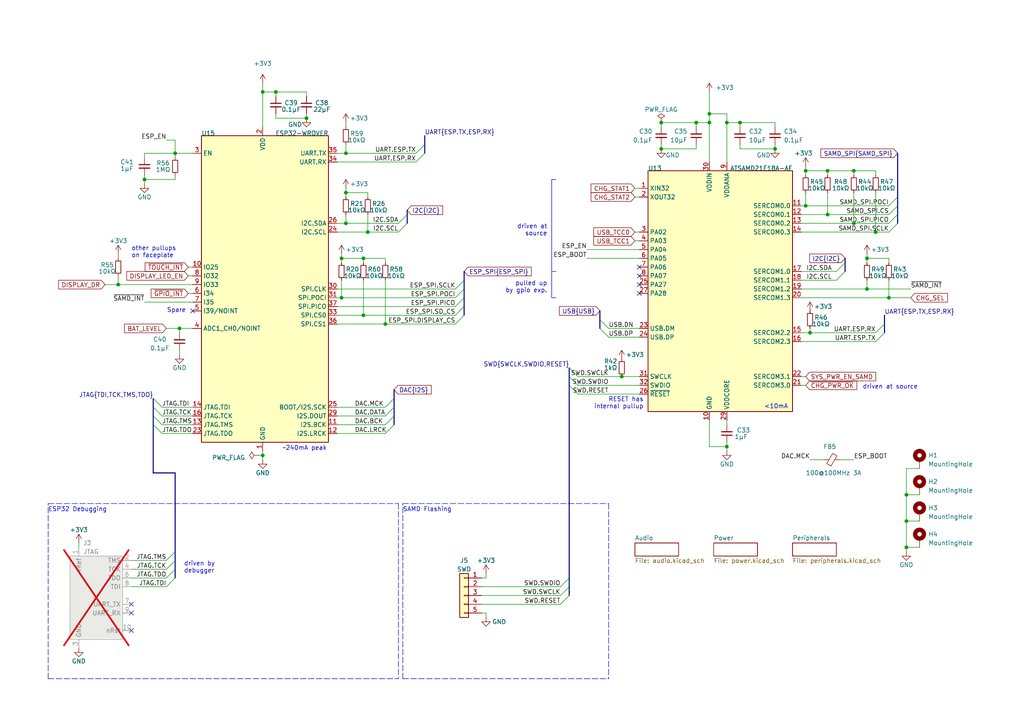
<source format=kicad_sch>
(kicad_sch (version 20230121) (generator eeschema)
  (paper "A4")
  (title_block (title "TANGARA") (date "2023-05-30") (rev "4") (company "made by jacqueline") (comment 1 "SPDX-License-Identifier: CERN-OHL-S-2.0"))
  (lib_symbols
    (symbol "Connector_Generic:Conn_01x05" (pin_names (offset 1.016) hide)
      (property "Reference" "J" (at 0 7.62 0))
      (property "Value" "Conn_01x05" (at 0 -7.62 0))
      (symbol "Conn_01x05_1_1"
        (rectangle (start -1.27 -4.953) (end 0 -5.207) (stroke (width 0.1524)))
        (rectangle (start -1.27 -2.413) (end 0 -2.667) (stroke (width 0.1524)))
        (rectangle (start -1.27 0.127) (end 0 -0.127) (stroke (width 0.1524)))
        (rectangle (start -1.27 2.667) (end 0 2.413) (stroke (width 0.1524)))
        (rectangle (start -1.27 5.207) (end 0 4.953) (stroke (width 0.1524)))
        (rectangle (start -1.27 6.35) (end 1.27 -6.35) (stroke (width 0.254)) (fill (type background)))
        (pin passive line (at -5.08 5.08 0) (length 3.81) (name "Pin_1") (number "1"))
        (pin passive line (at -5.08 2.54 0) (length 3.81) (name "Pin_2") (number "2"))
        (pin passive line (at -5.08 0 0) (length 3.81) (name "Pin_3") (number "3"))
        (pin passive line (at -5.08 -2.54 0) (length 3.81) (name "Pin_4") (number "4"))
        (pin passive line (at -5.08 -5.08 0) (length 3.81) (name "Pin_5") (number "5"))
      )
    )
    (symbol "Device:C_Small" (pin_numbers hide) (pin_names (offset 0.254) hide)
      (property "Reference" "C" (at 0.254 1.778 0))
      (property "Value" "C_Small" (at 0.254 -2.032 0))
      (symbol "C_Small_0_1"
        (polyline (pts (xy -1.524 -0.508) (xy 1.524 -0.508)) (stroke (width 0.3302)))
        (polyline (pts (xy -1.524 0.508) (xy 1.524 0.508)) (stroke (width 0.3048)))
      )
      (symbol "C_Small_1_1"
        (pin passive line (at 0 2.54 270) (length 2.032) (name "~") (number "1"))
        (pin passive line (at 0 -2.54 90) (length 2.032) (name "~") (number "2"))
      )
    )
    (symbol "Device:Ferrite_Bead_Small" (pin_numbers hide) (pin_names (offset 0))
      (property "Reference" "FB" (at 1.905 1.27 0))
      (property "Value" "Device_Ferrite_Bead_Small" (at 1.905 -1.27 0))
      (symbol "Ferrite_Bead_Small_0_1"
        (polyline (pts (xy 0 -1.27) (xy 0 -0.7874)))
        (polyline (pts (xy 0 0.889) (xy 0 1.2954)))
        (polyline (pts (xy -1.8288 0.2794) (xy -1.1176 1.4986) (xy 1.8288 -0.2032) (xy 1.1176 -1.4224) (xy -1.8288 0.2794)))
      )
      (symbol "Ferrite_Bead_Small_1_1"
        (pin passive line (at 0 2.54 270) (length 1.27) (name "~") (number "1"))
        (pin passive line (at 0 -2.54 90) (length 1.27) (name "~") (number "2"))
      )
    )
    (symbol "Device:R_Small" (pin_numbers hide) (pin_names (offset 0.254) hide)
      (property "Reference" "R" (at 0.762 0.508 0))
      (property "Value" "R_Small" (at 0.762 -1.016 0))
      (symbol "R_Small_0_1"
        (rectangle (start -0.762 1.778) (end 0.762 -1.778) (stroke (width 0.2032)))
      )
      (symbol "R_Small_1_1"
        (pin passive line (at 0 2.54 270) (length 0.762) (name "~") (number "1"))
        (pin passive line (at 0 -2.54 90) (length 0.762) (name "~") (number "2"))
      )
    )
    (symbol "Mechanical:MountingHole_Pad" (pin_numbers hide) (pin_names (offset 1.016) hide)
      (property "Reference" "H" (at 0 6.35 0))
      (property "Value" "MountingHole_Pad" (at 0 4.445 0))
      (symbol "MountingHole_Pad_0_1"
        (circle (center 0 1.27) (radius 1.27) (stroke (width 1.27)))
      )
      (symbol "MountingHole_Pad_1_1"
        (pin input line (at 0 -2.54 90) (length 2.54) (name "1") (number "1"))
      )
    )
    (symbol "power:+3V3" (power) (pin_names (offset 0))
      (property "Value" "+3V3" (at 0 3.556 0))
      (symbol "+3V3_0_1"
        (polyline (pts (xy -0.762 1.27) (xy 0 2.54)))
        (polyline (pts (xy 0 0) (xy 0 2.54)))
        (polyline (pts (xy 0 2.54) (xy 0.762 1.27)))
      )
      (symbol "+3V3_1_1"
        (pin power_in line (at 0 0 90) (length 0) hide (name "+3V3") (number "1"))
      )
    )
    (symbol "power:GND" (power) (pin_names (offset 0))
      (property "Value" "GND" (at 0 -3.81 0))
      (symbol "GND_0_1"
        (polyline (pts (xy 0 0) (xy 0 -1.27) (xy 1.27 -1.27) (xy 0 -2.54) (xy -1.27 -1.27) (xy 0 -1.27)))
      )
      (symbol "GND_1_1"
        (pin power_in line (at 0 0 270) (length 0) hide (name "GND") (number "1"))
      )
    )
    (symbol "power:PWR_FLAG" (power) (pin_numbers hide) (pin_names (offset 0) hide)
      (property "Value" "PWR_FLAG" (at 0 3.81 0))
      (symbol "PWR_FLAG_0_0"
        (pin power_out line (at 0 0 90) (length 0) (name "pwr") (number "1"))
      )
      (symbol "PWR_FLAG_0_1"
        (polyline (pts (xy 0 0) (xy 0 1.27) (xy -1.016 1.905) (xy 0 2.54) (xy 1.016 1.905) (xy 0 1.27)))
      )
    )
    (symbol "symbols:ATSAMD21E15A-A"
      (property "Reference" "U" (at 0 15.24 0))
      (property "Value" "ATSAMD21E15A-A" (at 0 10.16 0))
      (symbol "ATSAMD21E15A-A_1_1"
        (rectangle (start -20.32 45.72) (end 21.59 -24.13) (stroke (width 0.254)) (fill (type background)))
        (pin bidirectional line (at -22.86 40.64 0) (length 2.54) (name "XIN32") (number "1"))
        (pin power_in line (at -2.54 -26.67 90) (length 2.54) (name "GND") (number "10"))
        (pin bidirectional line (at 24.13 35.56 180) (length 2.54) (name "SERCOM0.0") (number "11"))
        (pin bidirectional line (at 24.13 33.02 180) (length 2.54) (name "SERCOM0.1") (number "12"))
        (pin bidirectional line (at 24.13 30.48 180) (length 2.54) (name "SERCOM0.2") (number "13"))
        (pin bidirectional line (at 24.13 27.94 180) (length 2.54) (name "SERCOM0.3") (number "14"))
        (pin bidirectional line (at 24.13 -1.27 180) (length 2.54) (name "SERCOM2.2") (number "15"))
        (pin bidirectional line (at 24.13 -3.81 180) (length 2.54) (name "SERCOM2.3") (number "16"))
        (pin bidirectional line (at 24.13 16.51 180) (length 2.54) (name "SERCOM1.0") (number "17"))
        (pin bidirectional line (at 24.13 13.97 180) (length 2.54) (name "SERCOM1.1") (number "18"))
        (pin bidirectional line (at 24.13 11.43 180) (length 2.54) (name "SERCOM1.2") (number "19"))
        (pin bidirectional line (at -22.86 38.1 0) (length 2.54) (name "XOUT32") (number "2"))
        (pin bidirectional line (at 24.13 8.89 180) (length 2.54) (name "SERCOM1.3") (number "20"))
        (pin bidirectional line (at 24.13 -16.51 180) (length 2.54) (name "SERCOM3.0") (number "21"))
        (pin bidirectional line (at 24.13 -13.97 180) (length 2.54) (name "SERCOM3.1") (number "22"))
        (pin bidirectional line (at -22.86 0 0) (length 2.54) (name "USB.DM") (number "23"))
        (pin bidirectional line (at -22.86 -2.54 0) (length 2.54) (name "USB.DP") (number "24"))
        (pin bidirectional line (at -22.86 12.7 0) (length 2.54) (name "PA27") (number "25"))
        (pin input line (at -22.86 -19.05 0) (length 2.54) (name "~{RESET}") (number "26"))
        (pin bidirectional line (at -22.86 10.16 0) (length 2.54) (name "PA28") (number "27"))
        (pin power_in line (at -2.54 -26.67 90) (length 2.54) hide (name "GND") (number "28"))
        (pin power_out line (at 2.54 -26.67 90) (length 2.54) (name "VDDCORE") (number "29"))
        (pin bidirectional line (at -22.86 27.94 0) (length 2.54) (name "PA02") (number "3"))
        (pin power_in line (at -2.54 48.26 270) (length 2.54) (name "VDDIN") (number "30"))
        (pin bidirectional line (at -22.86 -13.97 0) (length 2.54) (name "SWCLK") (number "31"))
        (pin bidirectional line (at -22.86 -16.51 0) (length 2.54) (name "SWDIO") (number "32"))
        (pin bidirectional line (at -22.86 25.4 0) (length 2.54) (name "PA03") (number "4"))
        (pin bidirectional line (at -22.86 22.86 0) (length 2.54) (name "PA04") (number "5"))
        (pin bidirectional line (at -22.86 20.32 0) (length 2.54) (name "PA05") (number "6"))
        (pin bidirectional line (at -22.86 17.78 0) (length 2.54) (name "PA06") (number "7"))
        (pin bidirectional line (at -22.86 15.24 0) (length 2.54) (name "PA07") (number "8"))
        (pin power_in line (at 2.54 48.26 270) (length 2.54) (name "VDDANA") (number "9"))
      )
    )
    (symbol "symbols:BMDU"
      (property "Reference" "U" (at -5.08 6.35 0))
      (property "Value" "BMDU" (at -5.08 6.35 0))
      (symbol "BMDU_0_0"
        (pin power_in line (at -5.08 20.32 270) (length 2.54) (name "vRef") (number "1"))
        (pin output line (at 10.16 -3.81 180) (length 2.54) (name "nRst") (number "10"))
        (pin output line (at 10.16 16.51 180) (length 2.54) (name "TMS") (number "2"))
        (pin power_in line (at -5.08 -8.89 90) (length 2.54) (name "GND") (number "3"))
        (pin output line (at 10.16 13.97 180) (length 2.54) (name "TCK") (number "4"))
        (pin power_in line (at -5.08 -8.89 90) (length 2.54) hide (name "GND") (number "5"))
        (pin output line (at 10.16 11.43 180) (length 2.54) (name "TDO") (number "6"))
        (pin output line (at 10.16 3.81 180) (length 2.54) (name "UART_TX") (number "7"))
        (pin input line (at 10.16 8.89 180) (length 2.54) (name "TDI") (number "8"))
        (pin input line (at 10.16 1.27 180) (length 2.54) (name "UART_RX") (number "9"))
      )
      (symbol "BMDU_0_1"
        (rectangle (start -7.62 17.78) (end 7.62 -6.35) (fill (type background)))
      )
    )
    (symbol "symbols:ESP32-WROOM"
      (property "Reference" "U" (at -17.78 34.29 0))
      (property "Value" "ESP32-WROOM" (at -3.81 34.29 0))
      (symbol "ESP32-WROOM_0_1"
        (rectangle (start -17.78 33.02) (end 19.05 -55.88) (stroke (width 0.254)) (fill (type background)))
      )
      (symbol "ESP32-WROOM_1_1"
        (pin power_in line (at 0 -58.42 90) (length 2.54) (name "GND") (number "1"))
        (pin bidirectional line (at -20.32 -5.08 0) (length 2.54) (name "IO25") (number "10"))
        (pin bidirectional line (at 21.59 -50.8 180) (length 2.54) (name "I2S.BCK") (number "11"))
        (pin bidirectional line (at 21.59 -53.34 180) (length 2.54) (name "I2S.LRCK") (number "12"))
        (pin bidirectional line (at -20.32 -50.8 0) (length 2.54) (name "JTAG.TMS") (number "13"))
        (pin bidirectional line (at -20.32 -45.72 0) (length 2.54) (name "JTAG.TDI") (number "14"))
        (pin power_in line (at 0 -58.42 90) (length 2.54) hide (name "GND") (number "15"))
        (pin bidirectional line (at -20.32 -48.26 0) (length 2.54) (name "JTAG.TCK") (number "16"))
        (pin no_connect line (at -17.78 16.51 0) (length 2.54) hide (name "SHD/SD2") (number "17"))
        (pin no_connect line (at -17.78 13.97 0) (length 2.54) hide (name "SWP/SD3") (number "18"))
        (pin no_connect line (at -17.78 8.89 0) (length 2.54) hide (name "SCS/CMD") (number "19"))
        (pin power_in line (at 0 35.56 270) (length 2.54) (name "VDD") (number "2"))
        (pin no_connect line (at -17.78 11.43 0) (length 2.54) hide (name "SCK/CLK") (number "20"))
        (pin no_connect line (at -17.78 21.59 0) (length 2.54) hide (name "SDO/SD0") (number "21"))
        (pin no_connect line (at -17.78 19.05 0) (length 2.54) hide (name "SDI/SD1") (number "22"))
        (pin bidirectional line (at -20.32 -53.34 0) (length 2.54) (name "JTAG.TDO") (number "23"))
        (pin bidirectional line (at 21.59 5.08 180) (length 2.54) (name "I2C.SCL") (number "24"))
        (pin bidirectional line (at 21.59 -45.72 180) (length 2.54) (name "BOOT/I2S.SCK") (number "25"))
        (pin bidirectional line (at 21.59 7.62 180) (length 2.54) (name "I2C.SDA") (number "26"))
        (pin no_connect line (at -17.78 6.35 0) (length 2.54) hide (name "IO16") (number "27"))
        (pin no_connect line (at -17.78 3.81 0) (length 2.54) hide (name "IO17") (number "28"))
        (pin bidirectional line (at 21.59 -48.26 180) (length 2.54) (name "I2S.DOUT") (number "29"))
        (pin input line (at -20.32 27.94 0) (length 2.54) (name "EN") (number "3"))
        (pin bidirectional line (at 21.59 -11.43 180) (length 2.54) (name "SPI.CLK") (number "30"))
        (pin bidirectional line (at 21.59 -13.97 180) (length 2.54) (name "SPI.POCI") (number "31"))
        (pin no_connect line (at -17.78 1.27 0) (length 2.54) hide (name "NC") (number "32"))
        (pin bidirectional line (at 21.59 -19.05 180) (length 2.54) (name "SPI.CS0") (number "33"))
        (pin bidirectional line (at 21.59 25.4 180) (length 2.54) (name "UART.RX") (number "34"))
        (pin bidirectional line (at 21.59 27.94 180) (length 2.54) (name "UART.TX") (number "35"))
        (pin bidirectional line (at 21.59 -21.59 180) (length 2.54) (name "SPI.CS1") (number "36"))
        (pin bidirectional line (at 21.59 -16.51 180) (length 2.54) (name "SPI.PICO") (number "37"))
        (pin power_in line (at 0 -58.42 90) (length 2.54) hide (name "GND") (number "38"))
        (pin power_in line (at 0 -58.42 90) (length 2.54) hide (name "GND") (number "39"))
        (pin input line (at -20.32 -22.86 0) (length 2.54) (name "ADC1_CH0/NOINT") (number "4"))
        (pin input line (at -20.32 -17.78 0) (length 2.54) (name "I39/NOINT") (number "5"))
        (pin input line (at -20.32 -12.7 0) (length 2.54) (name "I34") (number "6"))
        (pin input line (at -20.32 -15.24 0) (length 2.54) (name "I35") (number "7"))
        (pin bidirectional line (at -20.32 -7.62 0) (length 2.54) (name "IO32") (number "8"))
        (pin bidirectional line (at -20.32 -10.16 0) (length 2.54) (name "IO33") (number "9"))
      )
    )
  )
  (bus_alias "ESP_SPI" (members "SCLK" "POCI" "PICO" "SD_CS" "DISPLAY_CS"))
  (bus_alias "SAMD_SPI" (members "SCLK" "POCI" "PICO" "CS"))
  (bus_alias "USB" (members "DN" "DP"))
  (bus_alias "I2C" (members "SDA" "SCL"))
  (bus_alias "I2S" (members "MCK" "BCK" "LRCK" "DATA"))
  (junction (at 247.65 64.77))
  (junction (at 88.9 34.29))
  (junction (at 251.46 83.82))
  (junction (at 233.68 59.69))
  (junction (at 247.65 49.53))
  (junction (at 254 67.31))
  (junction (at 191.77 35.56))
  (junction (at 100.33 44.45))
  (junction (at 100.33 55.88))
  (junction (at 205.74 33.02))
  (junction (at 99.06 86.36))
  (junction (at 111.76 93.98))
  (junction (at 233.68 49.53))
  (junction (at 34.29 82.55))
  (junction (at 210.82 35.56))
  (junction (at 105.41 91.44))
  (junction (at 100.33 64.77))
  (junction (at 224.79 43.18))
  (junction (at 106.68 67.31))
  (junction (at 105.41 74.93))
  (junction (at 52.07 95.25))
  (junction (at 180.34 109.22))
  (junction (at 41.91 52.07))
  (junction (at 240.03 62.23))
  (junction (at 201.93 35.56))
  (junction (at 80.01 26.67))
  (junction (at 50.8 44.45))
  (junction (at 262.89 143.51))
  (junction (at 214.63 35.56))
  (junction (at 205.74 35.56))
  (junction (at 251.46 74.93))
  (junction (at 240.03 49.53))
  (junction (at 191.77 43.18))
  (junction (at 234.95 96.52))
  (junction (at 76.2 26.67))
  (junction (at 262.89 158.75))
  (junction (at 257.81 86.36))
  (junction (at 76.2 132.08))
  (junction (at 262.89 151.13))
  (junction (at 99.06 74.93))
  (junction (at 210.82 129.54))
  (no_connect (at 185.42 80.01))
  (no_connect (at 55.88 90.17))
  (no_connect (at 185.42 77.47))
  (no_connect (at 185.42 85.09))
  (no_connect (at 38.1 182.88))
  (no_connect (at 38.1 175.26))
  (no_connect (at 185.42 82.55))
  (no_connect (at 38.1 177.8))
  (bus_entry (at 114.3 115.57) (size -2.54 2.54))
  (bus_entry (at 165.1 106.68) (size 2.54 2.54))
  (bus_entry (at 165.1 109.22) (size 2.54 2.54))
  (bus_entry (at 165.1 111.76) (size 2.54 2.54))
  (bus_entry (at 44.45 123.19) (size 2.54 2.54))
  (bus_entry (at 44.45 115.57) (size 2.54 2.54))
  (bus_entry (at 44.45 118.11) (size 2.54 2.54))
  (bus_entry (at 44.45 120.65) (size 2.54 2.54))
  (bus_entry (at 257.81 64.77) (size 2.54 -2.54))
  (bus_entry (at 257.81 62.23) (size 2.54 -2.54))
  (bus_entry (at 257.81 59.69) (size 2.54 -2.54))
  (bus_entry (at 162.56 170.18) (size 2.54 -2.54))
  (bus_entry (at 132.08 86.36) (size 2.54 -2.54))
  (bus_entry (at 132.08 83.82) (size 2.54 -2.54))
  (bus_entry (at 132.08 88.9) (size 2.54 -2.54))
  (bus_entry (at 132.08 93.98) (size 2.54 -2.54))
  (bus_entry (at 132.08 91.44) (size 2.54 -2.54))
  (bus_entry (at 120.65 46.99) (size 2.54 -2.54))
  (bus_entry (at 120.65 44.45) (size 2.54 -2.54))
  (bus_entry (at 48.26 165.1) (size 2.54 -2.54))
  (bus_entry (at 48.26 167.64) (size 2.54 -2.54))
  (bus_entry (at 48.26 162.56) (size 2.54 -2.54))
  (bus_entry (at 48.26 170.18) (size 2.54 -2.54))
  (bus_entry (at 162.56 175.26) (size 2.54 -2.54))
  (bus_entry (at 242.57 78.74) (size 2.54 -2.54))
  (bus_entry (at 257.81 67.31) (size 2.54 -2.54))
  (bus_entry (at 111.76 120.65) (size 2.54 -2.54))
  (bus_entry (at 111.76 125.73) (size 2.54 -2.54))
  (bus_entry (at 111.76 123.19) (size 2.54 -2.54))
  (bus_entry (at 242.57 81.28) (size 2.54 -2.54))
  (bus_entry (at 115.57 64.77) (size 2.54 -2.54))
  (bus_entry (at 115.57 67.31) (size 2.54 -2.54))
  (bus_entry (at 254 96.52) (size 2.54 -2.54))
  (bus_entry (at 254 99.06) (size 2.54 -2.54))
  (bus_entry (at 162.56 172.72) (size 2.54 -2.54))
  (bus_entry (at 173.99 95.25) (size 2.54 2.54))
  (bus_entry (at 173.99 92.71) (size 2.54 2.54))
  (bus (pts (xy 44.45 115.57) (xy 44.45 118.11)))
  (wire (pts (xy 257.81 81.28) (xy 257.81 86.36)))
  (wire (pts (xy 205.74 129.54) (xy 210.82 129.54)))
  (wire (pts (xy 232.41 81.28) (xy 242.57 81.28)))
  (bus (pts (xy 260.35 62.23) (xy 260.35 64.77)))
  (wire (pts (xy 99.06 81.28) (xy 99.06 86.36)))
  (wire (pts (xy 251.46 74.93) (xy 257.81 74.93)))
  (wire (pts (xy 50.8 50.8) (xy 50.8 52.07)))
  (wire (pts (xy 257.81 62.23) (xy 240.03 62.23)))
  (wire (pts (xy 214.63 43.18) (xy 214.63 41.91)))
  (wire (pts (xy 262.89 143.51) (xy 262.89 151.13)))
  (bus (pts (xy 114.3 115.57) (xy 114.3 118.11)))
  (wire (pts (xy 105.41 74.93) (xy 111.76 74.93)))
  (polyline (pts (xy 161.29 52.07) (xy 160.02 52.07)))
  (wire (pts (xy 48.26 95.25) (xy 52.07 95.25)))
  (wire (pts (xy 247.65 49.53) (xy 254 49.53)))
  (polyline (pts (xy 160.02 52.07) (xy 160.02 78.74)))
  (wire (pts (xy 111.76 74.93) (xy 111.76 76.2)))
  (wire (pts (xy 180.34 109.22) (xy 185.42 109.22)))
  (wire (pts (xy 30.48 82.55) (xy 34.29 82.55)))
  (polyline (pts (xy 176.53 146.05) (xy 176.53 196.85)) (stroke (width 0) (type dash)))
  (wire (pts (xy 99.06 86.36) (xy 132.08 86.36)))
  (wire (pts (xy 176.53 97.79) (xy 185.42 97.79)))
  (bus (pts (xy 50.8 160.02) (xy 50.8 162.56)))
  (wire (pts (xy 234.95 95.25) (xy 234.95 96.52)))
  (wire (pts (xy 224.79 35.56) (xy 224.79 36.83)))
  (wire (pts (xy 139.7 172.72) (xy 162.56 172.72)))
  (wire (pts (xy 97.79 83.82) (xy 132.08 83.82)))
  (wire (pts (xy 74.93 132.08) (xy 76.2 132.08)))
  (wire (pts (xy 266.7 135.89) (xy 262.89 135.89)))
  (wire (pts (xy 167.64 109.22) (xy 180.34 109.22)))
  (wire (pts (xy 76.2 26.67) (xy 80.01 26.67)))
  (wire (pts (xy 52.07 96.52) (xy 52.07 95.25)))
  (bus (pts (xy 173.99 90.17) (xy 173.99 92.71)))
  (wire (pts (xy 41.91 52.07) (xy 50.8 52.07)))
  (wire (pts (xy 140.97 166.37) (xy 140.97 167.64)))
  (bus (pts (xy 114.3 118.11) (xy 114.3 120.65)))
  (bus (pts (xy 165.1 106.68) (xy 165.1 109.22)))
  (bus (pts (xy 123.19 41.91) (xy 123.19 44.45)))
  (wire (pts (xy 232.41 86.36) (xy 257.81 86.36)))
  (wire (pts (xy 201.93 35.56) (xy 191.77 35.56)))
  (wire (pts (xy 184.15 67.31) (xy 185.42 67.31)))
  (wire (pts (xy 41.91 50.8) (xy 41.91 52.07)))
  (wire (pts (xy 184.15 57.15) (xy 185.42 57.15)))
  (wire (pts (xy 251.46 74.93) (xy 251.46 76.2)))
  (polyline (pts (xy 116.84 146.05) (xy 176.53 146.05)) (stroke (width 0) (type dash)))
  (wire (pts (xy 48.26 40.64) (xy 50.8 40.64)))
  (wire (pts (xy 234.95 133.35) (xy 238.76 133.35)))
  (wire (pts (xy 176.53 95.25) (xy 185.42 95.25)))
  (wire (pts (xy 76.2 26.67) (xy 76.2 36.83)))
  (wire (pts (xy 205.74 33.02) (xy 205.74 35.56)))
  (wire (pts (xy 105.41 81.28) (xy 105.41 91.44)))
  (wire (pts (xy 184.15 54.61) (xy 185.42 54.61)))
  (wire (pts (xy 140.97 179.07) (xy 140.97 177.8)))
  (wire (pts (xy 247.65 55.88) (xy 247.65 64.77)))
  (wire (pts (xy 240.03 50.8) (xy 240.03 49.53)))
  (wire (pts (xy 262.89 158.75) (xy 262.89 160.02)))
  (wire (pts (xy 210.82 35.56) (xy 210.82 46.99)))
  (wire (pts (xy 257.81 86.36) (xy 264.16 86.36)))
  (wire (pts (xy 46.99 120.65) (xy 55.88 120.65)))
  (wire (pts (xy 232.41 83.82) (xy 251.46 83.82)))
  (bus (pts (xy 245.11 76.2) (xy 245.11 78.74)))
  (wire (pts (xy 233.68 55.88) (xy 233.68 59.69)))
  (wire (pts (xy 232.41 78.74) (xy 242.57 78.74)))
  (polyline (pts (xy 160.02 78.74) (xy 160.02 86.36)))
  (wire (pts (xy 257.81 59.69) (xy 233.68 59.69)))
  (wire (pts (xy 243.84 133.35) (xy 247.65 133.35)))
  (wire (pts (xy 22.86 157.48) (xy 22.86 158.75)))
  (wire (pts (xy 80.01 26.67) (xy 88.9 26.67)))
  (wire (pts (xy 139.7 175.26) (xy 162.56 175.26)))
  (wire (pts (xy 76.2 24.13) (xy 76.2 26.67)))
  (bus (pts (xy 165.1 109.22) (xy 165.1 111.76)))
  (bus (pts (xy 165.1 170.18) (xy 165.1 172.72)))
  (wire (pts (xy 46.99 118.11) (xy 55.88 118.11)))
  (wire (pts (xy 34.29 73.66) (xy 34.29 74.93)))
  (polyline (pts (xy 13.97 196.85) (xy 13.97 146.05)) (stroke (width 0) (type dash)))
  (wire (pts (xy 99.06 74.93) (xy 105.41 74.93)))
  (polyline (pts (xy 160.02 78.74) (xy 161.29 78.74)))
  (wire (pts (xy 46.99 123.19) (xy 55.88 123.19)))
  (wire (pts (xy 201.93 35.56) (xy 201.93 36.83)))
  (wire (pts (xy 80.01 33.02) (xy 80.01 34.29)))
  (wire (pts (xy 247.65 64.77) (xy 257.81 64.77)))
  (wire (pts (xy 80.01 34.29) (xy 88.9 34.29)))
  (wire (pts (xy 247.65 50.8) (xy 247.65 49.53)))
  (wire (pts (xy 88.9 26.67) (xy 88.9 27.94)))
  (wire (pts (xy 191.77 35.56) (xy 191.77 36.83)))
  (bus (pts (xy 134.62 88.9) (xy 134.62 86.36)))
  (wire (pts (xy 97.79 67.31) (xy 106.68 67.31)))
  (wire (pts (xy 97.79 125.73) (xy 111.76 125.73)))
  (wire (pts (xy 232.41 96.52) (xy 234.95 96.52)))
  (wire (pts (xy 100.33 62.23) (xy 100.33 64.77)))
  (wire (pts (xy 214.63 43.18) (xy 224.79 43.18)))
  (bus (pts (xy 114.3 120.65) (xy 114.3 123.19)))
  (wire (pts (xy 167.64 111.76) (xy 185.42 111.76)))
  (bus (pts (xy 165.1 111.76) (xy 165.1 167.64)))
  (polyline (pts (xy 160.02 86.36) (xy 161.29 86.36)))
  (wire (pts (xy 170.18 72.39) (xy 185.42 72.39)))
  (wire (pts (xy 38.1 165.1) (xy 48.26 165.1)))
  (bus (pts (xy 44.45 120.65) (xy 44.45 123.19)))
  (wire (pts (xy 46.99 125.73) (xy 55.88 125.73)))
  (wire (pts (xy 100.33 41.91) (xy 100.33 44.45)))
  (wire (pts (xy 111.76 81.28) (xy 111.76 93.98)))
  (wire (pts (xy 254 55.88) (xy 254 67.31)))
  (wire (pts (xy 254 49.53) (xy 254 50.8)))
  (wire (pts (xy 97.79 64.77) (xy 100.33 64.77)))
  (wire (pts (xy 210.82 33.02) (xy 210.82 35.56)))
  (wire (pts (xy 97.79 88.9) (xy 132.08 88.9)))
  (bus (pts (xy 173.99 92.71) (xy 173.99 95.25)))
  (wire (pts (xy 233.68 48.26) (xy 233.68 49.53)))
  (polyline (pts (xy 116.84 196.85) (xy 116.84 146.05)) (stroke (width 0) (type dash)))
  (wire (pts (xy 167.64 114.3) (xy 185.42 114.3)))
  (wire (pts (xy 38.1 167.64) (xy 48.26 167.64)))
  (wire (pts (xy 99.06 74.93) (xy 99.06 76.2)))
  (wire (pts (xy 210.82 128.27) (xy 210.82 129.54)))
  (wire (pts (xy 38.1 170.18) (xy 48.26 170.18)))
  (wire (pts (xy 233.68 59.69) (xy 232.41 59.69)))
  (wire (pts (xy 262.89 135.89) (xy 262.89 143.51)))
  (bus (pts (xy 44.45 137.16) (xy 50.8 137.16)))
  (wire (pts (xy 232.41 62.23) (xy 240.03 62.23)))
  (wire (pts (xy 100.33 35.56) (xy 100.33 36.83)))
  (polyline (pts (xy 116.84 196.85) (xy 176.53 196.85)) (stroke (width 0) (type dash)))
  (wire (pts (xy 233.68 109.22) (xy 232.41 109.22)))
  (wire (pts (xy 139.7 170.18) (xy 162.56 170.18)))
  (wire (pts (xy 54.61 77.47) (xy 55.88 77.47)))
  (wire (pts (xy 105.41 91.44) (xy 132.08 91.44)))
  (wire (pts (xy 232.41 67.31) (xy 254 67.31)))
  (wire (pts (xy 97.79 44.45) (xy 100.33 44.45)))
  (wire (pts (xy 100.33 64.77) (xy 115.57 64.77)))
  (wire (pts (xy 224.79 41.91) (xy 224.79 43.18)))
  (wire (pts (xy 205.74 33.02) (xy 210.82 33.02)))
  (wire (pts (xy 251.46 73.66) (xy 251.46 74.93)))
  (wire (pts (xy 240.03 55.88) (xy 240.03 62.23)))
  (wire (pts (xy 76.2 132.08) (xy 76.2 130.81)))
  (wire (pts (xy 205.74 26.67) (xy 205.74 33.02)))
  (wire (pts (xy 76.2 133.35) (xy 76.2 132.08)))
  (wire (pts (xy 38.1 162.56) (xy 48.26 162.56)))
  (wire (pts (xy 232.41 64.77) (xy 247.65 64.77)))
  (wire (pts (xy 232.41 99.06) (xy 254 99.06)))
  (bus (pts (xy 134.62 78.74) (xy 134.62 81.28)))
  (wire (pts (xy 41.91 52.07) (xy 41.91 53.34)))
  (wire (pts (xy 191.77 41.91) (xy 191.77 43.18)))
  (bus (pts (xy 134.62 91.44) (xy 134.62 88.9)))
  (wire (pts (xy 262.89 151.13) (xy 262.89 158.75)))
  (bus (pts (xy 134.62 86.36) (xy 134.62 83.82)))
  (wire (pts (xy 240.03 49.53) (xy 247.65 49.53)))
  (bus (pts (xy 118.11 62.23) (xy 118.11 64.77)))
  (wire (pts (xy 41.91 44.45) (xy 50.8 44.45)))
  (bus (pts (xy 123.19 39.37) (xy 123.19 41.91)))
  (wire (pts (xy 233.68 50.8) (xy 233.68 49.53)))
  (wire (pts (xy 34.29 80.01) (xy 34.29 82.55)))
  (wire (pts (xy 105.41 74.93) (xy 105.41 76.2)))
  (wire (pts (xy 100.33 44.45) (xy 120.65 44.45)))
  (wire (pts (xy 251.46 83.82) (xy 264.16 83.82)))
  (wire (pts (xy 100.33 57.15) (xy 100.33 55.88)))
  (wire (pts (xy 205.74 121.92) (xy 205.74 129.54)))
  (wire (pts (xy 111.76 93.98) (xy 132.08 93.98)))
  (wire (pts (xy 170.18 74.93) (xy 185.42 74.93)))
  (wire (pts (xy 41.91 45.72) (xy 41.91 44.45)))
  (polyline (pts (xy 13.97 146.05) (xy 115.57 146.05)) (stroke (width 0) (type dash)))
  (wire (pts (xy 34.29 82.55) (xy 55.88 82.55)))
  (wire (pts (xy 97.79 118.11) (xy 111.76 118.11)))
  (bus (pts (xy 134.62 83.82) (xy 134.62 81.28)))
  (wire (pts (xy 97.79 120.65) (xy 111.76 120.65)))
  (wire (pts (xy 106.68 62.23) (xy 106.68 67.31)))
  (wire (pts (xy 54.61 80.01) (xy 55.88 80.01)))
  (wire (pts (xy 205.74 35.56) (xy 205.74 46.99)))
  (wire (pts (xy 210.82 35.56) (xy 214.63 35.56)))
  (bus (pts (xy 256.54 93.98) (xy 256.54 96.52)))
  (bus (pts (xy 50.8 137.16) (xy 50.8 160.02)))
  (wire (pts (xy 97.79 93.98) (xy 111.76 93.98)))
  (bus (pts (xy 50.8 162.56) (xy 50.8 165.1)))
  (wire (pts (xy 262.89 151.13) (xy 266.7 151.13)))
  (wire (pts (xy 100.33 54.61) (xy 100.33 55.88)))
  (wire (pts (xy 214.63 35.56) (xy 224.79 35.56)))
  (wire (pts (xy 257.81 74.93) (xy 257.81 76.2)))
  (wire (pts (xy 262.89 158.75) (xy 266.7 158.75)))
  (wire (pts (xy 100.33 55.88) (xy 106.68 55.88)))
  (wire (pts (xy 52.07 95.25) (xy 55.88 95.25)))
  (bus (pts (xy 118.11 60.96) (xy 118.11 62.23)))
  (wire (pts (xy 140.97 177.8) (xy 139.7 177.8)))
  (bus (pts (xy 260.35 57.15) (xy 260.35 59.69)))
  (wire (pts (xy 201.93 43.18) (xy 201.93 41.91)))
  (wire (pts (xy 140.97 167.64) (xy 139.7 167.64)))
  (bus (pts (xy 44.45 118.11) (xy 44.45 120.65)))
  (wire (pts (xy 106.68 67.31) (xy 115.57 67.31)))
  (wire (pts (xy 80.01 26.67) (xy 80.01 27.94)))
  (bus (pts (xy 114.3 113.03) (xy 114.3 115.57)))
  (wire (pts (xy 50.8 44.45) (xy 55.88 44.45)))
  (bus (pts (xy 260.35 59.69) (xy 260.35 62.23)))
  (bus (pts (xy 44.45 123.19) (xy 44.45 137.16)))
  (wire (pts (xy 205.74 35.56) (xy 201.93 35.56)))
  (wire (pts (xy 210.82 123.19) (xy 210.82 121.92)))
  (wire (pts (xy 88.9 34.29) (xy 88.9 33.02)))
  (wire (pts (xy 251.46 81.28) (xy 251.46 83.82)))
  (wire (pts (xy 50.8 45.72) (xy 50.8 44.45)))
  (wire (pts (xy 210.82 129.54) (xy 210.82 130.81)))
  (wire (pts (xy 97.79 46.99) (xy 120.65 46.99)))
  (wire (pts (xy 214.63 35.56) (xy 214.63 36.83)))
  (bus (pts (xy 245.11 74.93) (xy 245.11 76.2)))
  (wire (pts (xy 233.68 49.53) (xy 240.03 49.53)))
  (wire (pts (xy 97.79 123.19) (xy 111.76 123.19)))
  (polyline (pts (xy 13.97 196.85) (xy 115.57 196.85)) (stroke (width 0) (type dash)))
  (wire (pts (xy 97.79 91.44) (xy 105.41 91.44)))
  (wire (pts (xy 254 67.31) (xy 257.81 67.31)))
  (wire (pts (xy 54.61 85.09) (xy 55.88 85.09)))
  (wire (pts (xy 201.93 43.18) (xy 191.77 43.18)))
  (wire (pts (xy 262.89 143.51) (xy 266.7 143.51)))
  (wire (pts (xy 52.07 102.87) (xy 52.07 101.6)))
  (polyline (pts (xy 115.57 146.05) (xy 115.57 196.85)) (stroke (width 0) (type dash)))
  (wire (pts (xy 97.79 86.36) (xy 99.06 86.36)))
  (bus (pts (xy 165.1 167.64) (xy 165.1 170.18)))
  (wire (pts (xy 41.91 87.63) (xy 55.88 87.63)))
  (wire (pts (xy 184.15 69.85) (xy 185.42 69.85)))
  (bus (pts (xy 260.35 44.45) (xy 260.35 57.15)))
  (wire (pts (xy 234.95 96.52) (xy 254 96.52)))
  (wire (pts (xy 99.06 73.66) (xy 99.06 74.93)))
  (wire (pts (xy 233.68 111.76) (xy 232.41 111.76)))
  (bus (pts (xy 50.8 165.1) (xy 50.8 167.64)))
  (wire (pts (xy 50.8 44.45) (xy 50.8 40.64)))
  (wire (pts (xy 106.68 55.88) (xy 106.68 57.15)))
  (bus (pts (xy 256.54 91.44) (xy 256.54 93.98)))
  (text "<10mA" (at 221.615 118.745 0) (effects (font (size 1.27 1.27)) (justify left bottom)))
  (text "driven by\ndebugger" (at 53.34 166.37 0) (effects (font (size 1.27 1.27)) (justify left bottom)))
  (text "~240mA peak" (at 81.915 130.81 0) (effects (font (size 1.27 1.27)) (justify left bottom)))
  (text "Spare" (at 53.975 90.805 0) (effects (font (size 1.27 1.27)) (justify right bottom)))
  (text "RESET has\ninternal pullup" (at 186.69 118.745 0) (effects (font (size 1.27 1.27)) (justify right bottom)))
  (text "SAMD Flashing" (at 116.84 148.59 0) (effects (font (size 1.27 1.27)) (justify left bottom)))
  (text "driven at\nsource" (at 158.75 68.58 0) (effects (font (size 1.27 1.27)) (justify right bottom)))
  (text "ESP32 Debugging" (at 13.97 148.59 0) (effects (font (size 1.27 1.27)) (justify left bottom)))
  (text "other pullups\non faceplate" (at 38.1 74.93 0) (effects (font (size 1.27 1.27)) (justify left bottom)))
  (text "driven at source" (at 250.19 113.03 0) (effects (font (size 1.27 1.27)) (justify left bottom)))
  (text "pulled up\nby gpio exp." (at 158.75 85.09 0) (effects (font (size 1.27 1.27)) (justify right bottom)))
  (label "~{SAMD_INT}" (at 264.16 83.82 0))
  (label "UART.ESP.TX" (at 120.65 44.45 180))
  (label "DAC.BCK" (at 102.87 123.19 0))
  (label "JTAG.TCK" (at 48.26 165.1 180))
  (label "UART{ESP.TX,ESP.RX}" (at 256.54 91.44 0))
  (label "ESP_BOOT" (at 170.18 74.93 180))
  (label "ESP_SPI.DISPLAY_CS" (at 132.08 93.98 180))
  (label "SAMD_SPI.SCLK" (at 257.81 67.31 180))
  (label "I2C.SCL" (at 241.3 81.28 180))
  (label "DAC.MCK" (at 102.87 118.11 0))
  (label "I2C.SDA" (at 115.57 64.77 180))
  (label "SWD.SWCLK" (at 176.53 109.22 180))
  (label "ESP_SPI.SCLK" (at 132.08 83.82 180))
  (label "JTAG.TDO" (at 48.26 167.64 180))
  (label "JTAG.TCK" (at 46.99 120.65 0))
  (label "DAC.MCK" (at 234.95 133.35 180))
  (label "SAMD_SPI.PICO" (at 257.81 64.77 180))
  (label "SWD.RESET" (at 176.53 114.3 180))
  (label "SWD{SWCLK,SWDIO,RESET}" (at 165.1 106.68 180))
  (label "SWD.SWDIO" (at 176.53 111.76 180))
  (label "SWD.RESET" (at 162.56 175.26 180))
  (label "JTAG.TDO" (at 46.99 125.73 0))
  (label "I2C.SCL" (at 115.57 67.31 180))
  (label "ESP_SPI.POCI" (at 132.08 86.36 180))
  (label "SAMD_SPI.CS" (at 257.81 62.23 180))
  (label "UART{ESP.TX,ESP.RX}" (at 123.19 39.37 0))
  (label "ESP_EN" (at 170.18 72.39 180))
  (label "~{SAMD_INT}" (at 41.91 87.63 180))
  (label "JTAG{TDI,TCK,TMS,TDO}" (at 44.45 115.57 180))
  (label "ESP_SPI.PICO" (at 132.08 88.9 180))
  (label "DAC.DATA" (at 102.87 120.65 0))
  (label "UART.ESP.RX" (at 120.65 46.99 180))
  (label "JTAG.TDI" (at 48.26 170.18 180))
  (label "UART.ESP.TX" (at 254 99.06 180))
  (label "SWD.SWCLK" (at 162.56 172.72 180))
  (label "SWD.SWDIO" (at 162.56 170.18 180))
  (label "UART.ESP.RX" (at 254 96.52 180))
  (label "SAMD_SPI.POCI" (at 257.81 59.69 180))
  (label "USB.DN" (at 176.53 95.25 0))
  (label "USB.DP" (at 176.53 97.79 0))
  (label "ESP_EN" (at 48.26 40.64 180))
  (label "JTAG.TDI" (at 46.99 118.11 0))
  (label "JTAG.TMS" (at 48.26 162.56 180))
  (label "I2C.SDA" (at 241.3 78.74 180))
  (label "JTAG.TMS" (at 46.99 123.19 0))
  (label "DAC.LRCK" (at 102.87 125.73 0))
  (label "ESP_SPI.SD_CS" (at 132.08 91.44 180))
  (label "ESP_BOOT" (at 247.65 133.35 0))
  (global_label "~{GPIO_INT}" (shape input) (at 54.61 85.09 180) (property "Intersheetrefs" "${INTERSHEET_REFS}" (effects hide)))
  (global_label "BAT_LEVEL" (shape input) (at 48.26 95.25 180) (property "Intersheetrefs" "${INTERSHEET_REFS}" (effects hide)))
  (global_label "SAMD_SPI{SAMD_SPI}" (shape input) (at 260.35 44.45 180) (property "Intersheetrefs" "${INTERSHEET_REFS}" (effects hide)))
  (global_label "USB{USB}" (shape input) (at 173.99 90.17 180) (property "Intersheetrefs" "${INTERSHEET_REFS}" (effects hide)))
  (global_label "DISPLAY_LED_EN" (shape input) (at 54.61 80.01 180) (property "Intersheetrefs" "${INTERSHEET_REFS}" (effects hide)))
  (global_label "SYS_PWR_EN_SAMD" (shape input) (at 233.68 109.22 0) (property "Intersheetrefs" "${INTERSHEET_REFS}" (effects hide)))
  (global_label "USB_TCC1" (shape input) (at 184.15 69.85 180) (property "Intersheetrefs" "${INTERSHEET_REFS}" (effects hide)))
  (global_label "I2C{I2C}" (shape input) (at 118.11 60.96 0) (property "Intersheetrefs" "${INTERSHEET_REFS}" (effects hide)))
  (global_label "DISPLAY_DR" (shape input) (at 30.48 82.55 180) (property "Intersheetrefs" "${INTERSHEET_REFS}" (effects hide)))
  (global_label "DAC{I2S}" (shape input) (at 114.3 113.03 0) (property "Intersheetrefs" "${INTERSHEET_REFS}" (effects hide)))
  (global_label "I2C{I2C}" (shape input) (at 245.11 74.93 180) (property "Intersheetrefs" "${INTERSHEET_REFS}" (effects hide)))
  (global_label "~{TOUCH_INT}" (shape input) (at 54.61 77.47 180) (property "Intersheetrefs" "${INTERSHEET_REFS}" (effects hide)))
  (global_label "USB_TCC0" (shape input) (at 184.15 67.31 180) (property "Intersheetrefs" "${INTERSHEET_REFS}" (effects hide)))
  (global_label "ESP_SPI{ESP_SPI}" (shape input) (at 134.62 78.74 0) (property "Intersheetrefs" "${INTERSHEET_REFS}" (effects hide)))
  (global_label "~{CHG_PWR_OK}" (shape input) (at 233.68 111.76 0) (property "Intersheetrefs" "${INTERSHEET_REFS}" (effects hide)))
  (global_label "CHG_STAT1" (shape input) (at 184.15 54.61 180) (property "Intersheetrefs" "${INTERSHEET_REFS}" (effects hide)))
  (global_label "CHG_SEL" (shape input) (at 264.16 86.36 0) (property "Intersheetrefs" "${INTERSHEET_REFS}" (effects hide)))
  (global_label "CHG_STAT2" (shape input) (at 184.15 57.15 180) (property "Intersheetrefs" "${INTERSHEET_REFS}" (effects hide)))
  (symbol (lib_id "Device:R_Small") (at 100.33 59.69 0) (unit 1)
    (property "Reference" "R21" (at 103.505 59.055 0))
    (property "Value" "10kΩ" (at 103.505 60.96 0))
    (property "Footprint" "Resistor_SMD:R_0603_1608Metric" (effects hide))
    (property "MPN" "AC0603JR-0710KL" (effects hide))
  )
  (symbol (lib_id "power:PWR_FLAG") (at 74.93 132.08 90) (unit 1)
    (property "Reference" "#FLG0102" (effects hide))
    (property "Value" "PWR_FLAG" (at 71.12 132.715 90) (effects (justify left)))
  )
  (symbol (lib_id "power:+3V3") (at 22.86 157.48 0) (unit 1)
    (property "Reference" "#PWR0101" (effects hide))
    (property "Value" "+3V3" (at 22.86 153.67 0))
  )
  (symbol (lib_id "Device:R_Small") (at 240.03 53.34 0) (unit 1)
    (property "Reference" "R48" (at 243.84 52.705 0))
    (property "Value" "10kΩ" (at 243.84 54.61 0))
    (property "Footprint" "Resistor_SMD:R_0603_1608Metric" (effects hide))
    (property "MPN" "AC0603JR-0710KL" (effects hide))
  )
  (symbol (lib_id "Mechanical:MountingHole_Pad") (at 266.7 156.21 0) (unit 1) (in_bom no)
    (property "Reference" "H4" (at 269.24 154.9399 0) (effects (justify left)))
    (property "Value" "MountingHole" (at 269.24 157.4799 0) (effects (justify left)))
    (property "Footprint" "footprints:MountingHole_2.2mm_M2_Pad_Via2" (effects hide))
  )
  (symbol (lib_id "power:+3V3") (at 140.97 166.37 0) (unit 1)
    (property "Reference" "#PWR0115" (effects hide))
    (property "Value" "+3V3" (at 140.97 162.56 0))
  )
  (symbol (lib_id "power:GND") (at 262.89 160.02 0) (unit 1)
    (property "Reference" "#PWR054" (effects hide))
    (property "Value" "GND" (at 262.89 163.83 0))
  )
  (symbol (lib_id "symbols:ESP32-WROOM") (at 76.2 72.39 0) (unit 1)
    (property "Reference" "U15" (at 58.42 39.37 0) (effects (justify left bottom)))
    (property "Value" "ESP32-WROVER" (at 95.25 39.37 0) (effects (justify right bottom)))
    (property "Footprint" "footprints:ESP32-WROVER" (effects hide))
    (property "Datasheet" "https://www.espressif.com/sites/default/files/documentation/esp32-wroom-32d_esp32-wroom-32u_datasheet_en.pdf" (effects hide))
    (property "MPN" "ESP32-WROVER-E-N16R8" (effects hide))
  )
  (symbol (lib_id "Device:C_Small") (at 88.9 30.48 0) (unit 1)
    (property "Reference" "C38" (at 93.345 29.845 0))
    (property "Value" "22μF" (at 93.345 31.75 0))
    (property "Footprint" "Capacitor_SMD:C_1206_3216Metric" (effects hide))
    (property "MPN" "GRM319R61C226KE15D" (effects hide))
  )
  (symbol (lib_id "power:+3V3") (at 76.2 24.13 0) (unit 1)
    (property "Reference" "#PWR0108" (effects hide))
    (property "Value" "+3V3" (at 76.2 18.415 0))
  )
  (symbol (lib_id "power:GND") (at 210.82 130.81 0) (unit 1)
    (property "Reference" "#PWR0121" (effects hide))
    (property "Value" "GND" (at 210.82 134.62 0))
  )
  (symbol (lib_id "Device:C_Small") (at 41.91 48.26 0) (unit 1)
    (property "Reference" "C41" (at 36.83 46.99 0))
    (property "Value" "1μF" (at 36.83 48.895 0))
    (property "Footprint" "Capacitor_SMD:C_0805_2012Metric" (effects hide))
    (property "MPN" "GRM216R61C105KA88D" (effects hide))
  )
  (symbol (lib_id "power:GND") (at 22.86 187.96 0) (unit 1)
    (property "Reference" "#PWR0102" (effects hide))
    (property "Value" "GND" (at 22.86 191.77 0))
  )
  (symbol (lib_id "power:GND") (at 76.2 133.35 0) (unit 1)
    (property "Reference" "#PWR0109" (effects hide))
    (property "Value" "GND" (at 76.2 137.16 0))
  )
  (symbol (lib_id "power:+3V3") (at 234.95 90.17 0) (unit 1)
    (property "Reference" "#PWR0124" (effects hide))
    (property "Value" "+3V3" (at 238.76 88.9 0))
  )
  (symbol (lib_id "Device:R_Small") (at 99.06 78.74 0) (unit 1)
    (property "Reference" "R20" (at 102.235 78.105 0))
    (property "Value" "10kΩ" (at 102.235 80.01 0))
    (property "Footprint" "Resistor_SMD:R_0603_1608Metric" (effects hide))
    (property "MPN" "AC0603JR-0710KL" (effects hide))
  )
  (symbol (lib_id "Device:C_Small") (at 201.93 39.37 0) (mirror x) (unit 1)
    (property "Reference" "C35" (at 199.39 38.1 0) (effects (justify right)))
    (property "Value" "10μF" (at 199.39 40.64 0) (effects (justify right)))
    (property "Footprint" "Capacitor_SMD:C_0805_2012Metric" (effects hide))
    (property "MPN" "GRM21BR61C106KE15K" (effects hide))
  )
  (symbol (lib_id "Device:C_Small") (at 224.79 39.37 0) (unit 1)
    (property "Reference" "C34" (at 227.33 38.1062 0) (effects (justify left)))
    (property "Value" "0.1μF" (at 227.33 40.6462 0) (effects (justify left)))
    (property "Footprint" "Capacitor_SMD:C_0603_1608Metric" (effects hide))
    (property "MPN" "GCM188R71C104KA37J" (effects hide))
  )
  (symbol (lib_id "power:GND") (at 191.77 43.18 0) (mirror y) (unit 1)
    (property "Reference" "#PWR0119" (effects hide))
    (property "Value" "GND" (at 193.04 45.72 0) (effects (justify right bottom)))
  )
  (symbol (lib_id "power:+3V3") (at 233.68 48.26 0) (mirror y) (unit 1)
    (property "Reference" "#PWR0123" (effects hide))
    (property "Value" "+3V3" (at 233.045 44.45 0))
  )
  (symbol (lib_id "power:GND") (at 52.07 102.87 0) (unit 1)
    (property "Reference" "#PWR0105" (effects hide))
    (property "Value" "GND" (at 52.07 106.68 0))
  )
  (symbol (lib_id "Device:C_Small") (at 191.77 39.37 0) (mirror y) (unit 1)
    (property "Reference" "C30" (at 189.23 38.1062 0) (effects (justify left)))
    (property "Value" "0.1μF" (at 189.23 40.6462 0) (effects (justify left)))
    (property "Footprint" "Capacitor_SMD:C_0603_1608Metric" (effects hide))
    (property "MPN" "GCM188R71C104KA37J" (effects hide))
  )
  (symbol (lib_id "power:+3V3") (at 251.46 73.66 0) (mirror y) (unit 1)
    (property "Reference" "#PWR0125" (effects hide))
    (property "Value" "+3V3" (at 255.27 72.39 0))
  )
  (symbol (lib_id "Connector_Generic:Conn_01x05") (at 134.62 172.72 0) (mirror y) (unit 1) (in_bom no)
    (property "Reference" "J5" (at 134.62 162.56 0))
    (property "Value" "SWD" (at 134.62 165.1 0))
    (property "Footprint" "footprints:SAMDSWD" (effects hide))
  )
  (symbol (lib_id "power:+3V3") (at 99.06 73.66 0) (unit 1)
    (property "Reference" "#PWR0113" (effects hide))
    (property "Value" "+3V3" (at 102.87 72.39 0))
  )
  (symbol (lib_id "Device:C_Small") (at 80.01 30.48 0) (unit 1)
    (property "Reference" "C39" (at 84.455 29.845 0))
    (property "Value" "0.1μF" (at 84.455 31.75 0))
    (property "Footprint" "Capacitor_SMD:C_0603_1608Metric" (effects hide))
    (property "MPN" "GCM188R71C104KA37J" (effects hide))
  )
  (symbol (lib_id "Device:C_Small") (at 214.63 39.37 180) (unit 1)
    (property "Reference" "C32" (at 217.17 38.1 0) (effects (justify right)))
    (property "Value" "10μF" (at 217.17 40.64 0) (effects (justify right)))
    (property "Footprint" "Capacitor_SMD:C_0805_2012Metric" (effects hide))
    (property "MPN" "GRM21BR61C106KE15K" (effects hide))
  )
  (symbol (lib_id "power:+3V3") (at 100.33 54.61 0) (unit 1)
    (property "Reference" "#PWR0112" (effects hide))
    (property "Value" "+3V3" (at 104.14 53.34 0))
  )
  (symbol (lib_id "Device:R_Small") (at 111.76 78.74 0) (unit 1)
    (property "Reference" "R58" (at 114.935 78.105 0))
    (property "Value" "10kΩ" (at 114.935 80.01 0))
    (property "Footprint" "Resistor_SMD:R_0603_1608Metric" (effects hide))
    (property "MPN" "AC0603JR-0710KL" (effects hide))
  )
  (symbol (lib_id "Device:Ferrite_Bead_Small") (at 241.3 133.35 90) (unit 1)
    (property "Reference" "FB5" (at 242.57 129.54 90) (effects (justify left)))
    (property "Value" "100@100MHz 3A" (at 233.68 137.16 90) (effects (justify right)))
    (property "Footprint" "Inductor_SMD:L_0603_1608Metric" (effects hide))
    (property "MPN" "BLM18KG101TN1D" (effects hide))
  )
  (symbol (lib_id "Device:R_Small") (at 247.65 53.34 0) (unit 1)
    (property "Reference" "R44" (at 250.825 52.705 0))
    (property "Value" "10kΩ" (at 250.825 54.61 0))
    (property "Footprint" "Resistor_SMD:R_0603_1608Metric" (effects hide))
    (property "MPN" "AC0603JR-0710KL" (effects hide))
  )
  (symbol (lib_id "power:GND") (at 224.79 43.18 0) (unit 1)
    (property "Reference" "#PWR0122" (effects hide))
    (property "Value" "GND" (at 223.52 45.72 0) (effects (justify right bottom)))
  )
  (symbol (lib_id "Device:R_Small") (at 106.68 59.69 0) (unit 1)
    (property "Reference" "R26" (at 109.855 59.055 0))
    (property "Value" "10kΩ" (at 109.855 60.96 0))
    (property "Footprint" "Resistor_SMD:R_0603_1608Metric" (effects hide))
    (property "MPN" "AC0603JR-0710KL" (effects hide))
  )
  (symbol (lib_id "Device:R_Small") (at 105.41 78.74 0) (unit 1)
    (property "Reference" "R60" (at 108.585 78.105 0))
    (property "Value" "10kΩ" (at 108.585 80.01 0))
    (property "Footprint" "Resistor_SMD:R_0603_1608Metric" (effects hide))
    (property "MPN" "AC0603JR-0710KL" (effects hide))
  )
  (symbol (lib_id "Device:R_Small") (at 254 53.34 0) (unit 1)
    (property "Reference" "R47" (at 257.175 52.705 0))
    (property "Value" "10kΩ" (at 257.175 54.61 0))
    (property "Footprint" "Resistor_SMD:R_0603_1608Metric" (effects hide))
    (property "MPN" "AC0603JR-0710KL" (effects hide))
  )
  (symbol (lib_id "Device:R_Small") (at 50.8 48.26 180) (unit 1)
    (property "Reference" "R56" (at 47.3075 47.3075 0))
    (property "Value" "1MΩ" (at 47.3075 49.2125 0))
    (property "Footprint" "Resistor_SMD:R_0603_1608Metric" (effects hide))
    (property "MPN" "AC0603FR-131ML" (effects hide))
  )
  (symbol (lib_id "Mechanical:MountingHole_Pad") (at 266.7 133.35 0) (unit 1) (in_bom no)
    (property "Reference" "H1" (at 269.24 132.0799 0) (effects (justify left)))
    (property "Value" "MountingHole" (at 269.24 134.6199 0) (effects (justify left)))
    (property "Footprint" "footprints:MountingHole_2.2mm_M2_Pad_Via2" (effects hide))
  )
  (symbol (lib_id "Device:R_Small") (at 233.68 53.34 0) (unit 1)
    (property "Reference" "R45" (at 236.855 52.705 0))
    (property "Value" "10kΩ" (at 236.855 54.61 0))
    (property "Footprint" "Resistor_SMD:R_0603_1608Metric" (effects hide))
    (property "MPN" "AC0603JR-0710KL" (effects hide))
  )
  (symbol (lib_id "Device:R_Small") (at 251.46 78.74 0) (unit 1)
    (property "Reference" "R49" (at 254.635 78.105 0))
    (property "Value" "10kΩ" (at 254.635 80.01 0))
    (property "Footprint" "Resistor_SMD:R_0603_1608Metric" (effects hide))
    (property "MPN" "AC0603JR-0710KL" (effects hide))
  )
  (symbol (lib_id "Device:R_Small") (at 234.95 92.71 0) (unit 1)
    (property "Reference" "R46" (at 238.125 92.075 0))
    (property "Value" "10kΩ" (at 238.125 93.98 0))
    (property "Footprint" "Resistor_SMD:R_0603_1608Metric" (effects hide))
    (property "MPN" "AC0603JR-0710KL" (effects hide))
  )
  (symbol (lib_id "symbols:BMDU") (at 27.94 179.07 0) (unit 1) (in_bom no) (dnp yes)
    (property "Reference" "J3" (at 24.13 157.48 0) (effects (justify left)))
    (property "Value" "JTAG" (at 24.13 160.02 0) (effects (justify left)))
    (property "Footprint" "Connector_PinHeader_1.27mm:PinHeader_2x05_P1.27mm_Vertical_SMD" (effects hide))
    (property "Datasheet" "SAM8796-ND" (effects hide))
    (property "MPN" "FTSH-105-01-F-DV-K" (effects hide))
  )
  (symbol (lib_id "power:GND") (at 88.9 34.29 0) (unit 1)
    (property "Reference" "#PWR0110" (effects hide))
    (property "Value" "GND" (at 87.63 36.83 0) (effects (justify right bottom)))
  )
  (symbol (lib_id "Device:C_Small") (at 52.07 99.06 180) (unit 1)
    (property "Reference" "C40" (at 46.355 98.425 0))
    (property "Value" "0.1μF" (at 46.355 100.965 0))
    (property "Footprint" "Capacitor_SMD:C_0603_1608Metric" (effects hide))
    (property "MPN" "GCM188R71C104KA37J" (effects hide))
  )
  (symbol (lib_id "power:GND") (at 41.91 53.34 0) (unit 1)
    (property "Reference" "#PWR0103" (effects hide))
    (property "Value" "GND" (at 41.91 57.15 0))
  )
  (symbol (lib_id "Device:R_Small") (at 257.81 78.74 0) (unit 1)
    (property "Reference" "R43" (at 260.985 78.105 0))
    (property "Value" "10kΩ" (at 260.985 80.01 0))
    (property "Footprint" "Resistor_SMD:R_0603_1608Metric" (effects hide))
    (property "MPN" "AC0603JR-0710KL" (effects hide))
  )
  (symbol (lib_id "Mechanical:MountingHole_Pad") (at 266.7 148.59 0) (unit 1) (in_bom no)
    (property "Reference" "H3" (at 269.24 147.3199 0) (effects (justify left)))
    (property "Value" "MountingHole" (at 269.24 149.8599 0) (effects (justify left)))
    (property "Footprint" "footprints:MountingHole_2.2mm_M2_Pad_Via2" (effects hide))
  )
  (symbol (lib_id "power:+3V3") (at 205.74 26.67 0) (mirror y) (unit 1)
    (property "Reference" "#PWR0120" (effects hide))
    (property "Value" "+3V3" (at 210.185 25.4 0))
  )
  (symbol (lib_id "Device:R_Small") (at 100.33 39.37 0) (unit 1)
    (property "Reference" "R59" (at 103.505 38.735 0))
    (property "Value" "10kΩ" (at 103.505 40.64 0))
    (property "Footprint" "Resistor_SMD:R_0603_1608Metric" (effects hide))
    (property "MPN" "AC0603JR-0710KL" (effects hide))
  )
  (symbol (lib_id "power:PWR_FLAG") (at 191.77 35.56 0) (unit 1)
    (property "Reference" "#FLG0101" (effects hide))
    (property "Value" "PWR_FLAG" (at 191.77 31.75 0))
  )
  (symbol (lib_id "Device:R_Small") (at 180.34 106.68 0) (mirror y) (unit 1)
    (property "Reference" "R42" (at 179.07 104.775 0) (effects (justify left)))
    (property "Value" "1kΩ" (at 179.07 106.68 0) (effects (justify left)))
    (property "Footprint" "Resistor_SMD:R_0603_1608Metric" (effects hide))
    (property "MPN" "ERJ-3RBD1001V" (effects hide))
  )
  (symbol (lib_id "power:+3V3") (at 180.34 104.14 0) (mirror y) (unit 1)
    (property "Reference" "#PWR0118" (effects hide))
    (property "Value" "+3V3" (at 184.15 102.87 0))
  )
  (symbol (lib_id "power:+3V3") (at 34.29 73.66 0) (unit 1)
    (property "Reference" "#PWR03" (effects hide))
    (property "Value" "+3V3" (at 34.29 69.85 0))
  )
  (symbol (lib_id "power:GND") (at 140.97 179.07 0) (unit 1)
    (property "Reference" "#PWR0117" (effects hide))
    (property "Value" "GND" (at 144.78 180.34 0))
  )
  (symbol (lib_id "symbols:ATSAMD21E15A-A") (at 208.28 95.25 0) (unit 1)
    (property "Reference" "U13" (at 187.96 49.53 0) (effects (justify left bottom)))
    (property "Value" "ATSAMD21E18A-AF" (at 229.87 49.53 0) (effects (justify right bottom)))
    (property "Footprint" "Package_QFP:TQFP-32_7x7mm_P0.8mm" (effects hide))
    (property "Datasheet" "http://ww1.microchip.com/downloads/en/DeviceDoc/SAM_D21_DA1_Family_Data%20Sheet_DS40001882E.pdf" (effects hide))
    (property "MPN" "ATSAMD21E18A-AF" (effects hide))
  )
  (symbol (lib_id "Mechanical:MountingHole_Pad") (at 266.7 140.97 0) (unit 1) (in_bom no)
    (property "Reference" "H2" (at 269.24 139.6999 0) (effects (justify left)))
    (property "Value" "MountingHole" (at 269.24 142.2399 0) (effects (justify left)))
    (property "Footprint" "footprints:MountingHole_2.2mm_M2_Pad_Via2" (effects hide))
  )
  (symbol (lib_id "Device:C_Small") (at 210.82 125.73 180) (unit 1)
    (property "Reference" "C33" (at 213.6775 124.7775 0) (effects (justify right)))
    (property "Value" "1μF" (at 213.0425 126.6825 0) (effects (justify right)))
    (property "Footprint" "Capacitor_SMD:C_0805_2012Metric" (effects hide))
    (property "MPN" "GRM216R61C105KA88D" (effects hide))
  )
  (symbol (lib_id "Device:R_Small") (at 34.29 77.47 0) (mirror y) (unit 1)
    (property "Reference" "R55" (at 31.115 76.835 0))
    (property "Value" "10kΩ" (at 31.115 78.74 0))
    (property "Footprint" "Resistor_SMD:R_0603_1608Metric" (effects hide))
    (property "MPN" "AC0603JR-0710KL" (effects hide))
  )
  (symbol (lib_id "power:+3V3") (at 100.33 35.56 0) (unit 1)
    (property "Reference" "#PWR0111" (effects hide))
    (property "Value" "+3V3" (at 104.14 34.29 0))
  )
  (sheet (at 207.01 157.48) (size 12.7 3.81) (stroke (width 0.1524))
    (property "Sheetname" "Power" (at 207.01 156.7684 0) (effects (justify left bottom)))
    (property "Sheetfile" "power.kicad_sch" (at 207.01 161.8746 0) (effects (justify left top)))
  )
  (sheet (at 229.87 157.48) (size 12.7 3.81) (stroke (width 0.1524))
    (property "Sheetname" "Peripherals" (at 229.87 156.7684 0) (effects (justify left bottom)))
    (property "Sheetfile" "peripherals.kicad_sch" (at 229.87 161.8746 0) (effects (justify left top)))
  )
  (sheet (at 184.15 157.48) (size 12.7 3.81) (stroke (width 0.1524))
    (property "Sheetname" "Audio" (at 184.15 156.7684 0) (effects (justify left bottom)))
    (property "Sheetfile" "audio.kicad_sch" (at 184.15 161.8746 0) (effects (justify left top)))
  )
)
</source>
